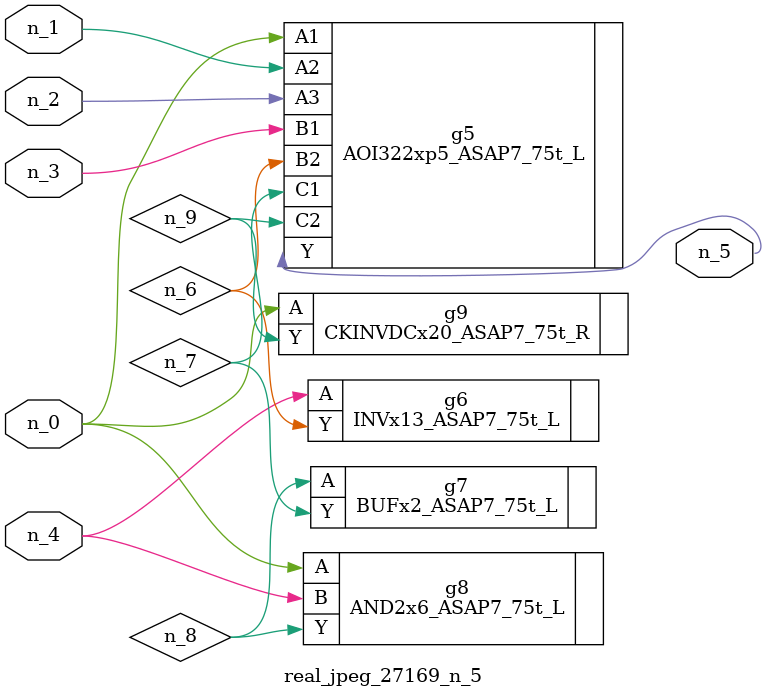
<source format=v>
module real_jpeg_27169_n_5 (n_4, n_0, n_1, n_2, n_3, n_5);

input n_4;
input n_0;
input n_1;
input n_2;
input n_3;

output n_5;

wire n_8;
wire n_6;
wire n_7;
wire n_9;

AOI322xp5_ASAP7_75t_L g5 ( 
.A1(n_0),
.A2(n_1),
.A3(n_2),
.B1(n_3),
.B2(n_6),
.C1(n_7),
.C2(n_9),
.Y(n_5)
);

AND2x6_ASAP7_75t_L g8 ( 
.A(n_0),
.B(n_4),
.Y(n_8)
);

CKINVDCx20_ASAP7_75t_R g9 ( 
.A(n_0),
.Y(n_9)
);

INVx13_ASAP7_75t_L g6 ( 
.A(n_4),
.Y(n_6)
);

BUFx2_ASAP7_75t_L g7 ( 
.A(n_8),
.Y(n_7)
);


endmodule
</source>
